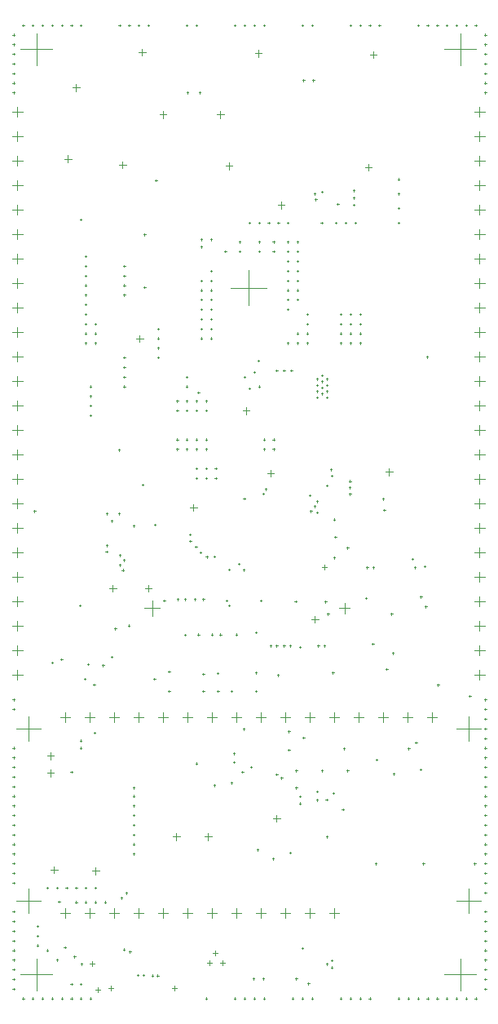
<source format=gbr>
G04*
G04 #@! TF.GenerationSoftware,Altium Limited,Altium Designer,22.4.2 (48)*
G04*
G04 Layer_Color=128*
%FSLAX25Y25*%
%MOIN*%
G70*
G04*
G04 #@! TF.SameCoordinates,F1429C7B-AB02-4E32-93F6-432C4BA2DB55*
G04*
G04*
G04 #@! TF.FilePolarity,Positive*
G04*
G01*
G75*
%ADD173C,0.00200*%
D173*
X173031Y118740D02*
X176969D01*
X175000Y116772D02*
Y120709D01*
X113031Y118740D02*
X116969D01*
X115000Y116772D02*
Y120709D01*
X123031Y118740D02*
X126969D01*
X125000Y116772D02*
Y120709D01*
X133031Y118740D02*
X136969D01*
X135000Y116772D02*
Y120709D01*
X143032Y118740D02*
X146968D01*
X145000Y116772D02*
Y120709D01*
X153032Y118740D02*
X156968D01*
X155000Y116772D02*
Y120709D01*
X163031Y118740D02*
X166969D01*
X165000Y116772D02*
Y120709D01*
X103032Y118740D02*
X106968D01*
X105000Y116772D02*
Y120709D01*
X93032Y118740D02*
X96969D01*
X95000Y116772D02*
Y120709D01*
X83031Y118740D02*
X86968D01*
X85000Y116772D02*
Y120709D01*
X73032Y118740D02*
X76968D01*
X75000Y116772D02*
Y120709D01*
X63032Y118740D02*
X66969D01*
X65000Y116772D02*
Y120709D01*
X53031Y118740D02*
X56968D01*
X55000Y116772D02*
Y120709D01*
X43031Y118740D02*
X46968D01*
X45000Y116772D02*
Y120709D01*
X33031Y118740D02*
X36968D01*
X35000Y116772D02*
Y120709D01*
X23031Y118740D02*
X26969D01*
X25000Y116772D02*
Y120709D01*
X133031Y38740D02*
X136969D01*
X135000Y36772D02*
Y40709D01*
X23031Y38740D02*
X26969D01*
X25000Y36772D02*
Y40709D01*
X33031Y38740D02*
X36968D01*
X35000Y36772D02*
Y40709D01*
X43031Y38740D02*
X46968D01*
X45000Y36772D02*
Y40709D01*
X53031Y38740D02*
X56968D01*
X55000Y36772D02*
Y40709D01*
X63032Y38740D02*
X66969D01*
X65000Y36772D02*
Y40709D01*
X73032Y38740D02*
X76968D01*
X75000Y36772D02*
Y40709D01*
X83031Y38740D02*
X86968D01*
X85000Y36772D02*
Y40709D01*
X93032Y38740D02*
X96969D01*
X95000Y36772D02*
Y40709D01*
X103032Y38740D02*
X106968D01*
X105000Y36772D02*
Y40709D01*
X113031Y38740D02*
X116969D01*
X115000Y36772D02*
Y40709D01*
X123031Y38740D02*
X126969D01*
X125000Y36772D02*
Y40709D01*
X57480Y163386D02*
X63779D01*
X60630Y160236D02*
Y166535D01*
X137205Y163386D02*
X141535D01*
X139370Y161221D02*
Y165551D01*
X42717Y8268D02*
X44685D01*
X43701Y7283D02*
Y9252D01*
X68701Y8268D02*
X70669D01*
X69685Y7283D02*
Y9252D01*
X92716Y294291D02*
X107283D01*
X100000Y287008D02*
Y301575D01*
X3347Y136142D02*
X7677D01*
X5512Y133976D02*
Y138307D01*
X3347Y146142D02*
X7677D01*
X5512Y143976D02*
Y148307D01*
X3347Y156142D02*
X7677D01*
X5512Y153976D02*
Y158307D01*
X3347Y166142D02*
X7677D01*
X5512Y163976D02*
Y168307D01*
X3347Y176142D02*
X7677D01*
X5512Y173976D02*
Y178307D01*
X3347Y186142D02*
X7677D01*
X5512Y183976D02*
Y188307D01*
X3347Y196142D02*
X7677D01*
X5512Y193976D02*
Y198307D01*
X3347Y206142D02*
X7677D01*
X5512Y203976D02*
Y208307D01*
X3347Y216142D02*
X7677D01*
X5512Y213976D02*
Y218307D01*
X3347Y226142D02*
X7677D01*
X5512Y223976D02*
Y228307D01*
X3347Y236142D02*
X7677D01*
X5512Y233976D02*
Y238307D01*
X3347Y246142D02*
X7677D01*
X5512Y243976D02*
Y248307D01*
X3347Y256142D02*
X7677D01*
X5512Y253976D02*
Y258307D01*
X3347Y266142D02*
X7677D01*
X5512Y263976D02*
Y268307D01*
X3347Y276142D02*
X7677D01*
X5512Y273976D02*
Y278307D01*
X3347Y286142D02*
X7677D01*
X5512Y283976D02*
Y288307D01*
X3347Y296142D02*
X7677D01*
X5512Y293976D02*
Y298307D01*
X3347Y306142D02*
X7677D01*
X5512Y303976D02*
Y308307D01*
X3347Y316142D02*
X7677D01*
X5512Y313976D02*
Y318307D01*
X3347Y326142D02*
X7677D01*
X5512Y323976D02*
Y328307D01*
X3347Y336142D02*
X7677D01*
X5512Y333976D02*
Y338307D01*
X3347Y346142D02*
X7677D01*
X5512Y343976D02*
Y348307D01*
X3347Y356142D02*
X7677D01*
X5512Y353976D02*
Y358307D01*
X3347Y366142D02*
X7677D01*
X5512Y363976D02*
Y368307D01*
X192323Y136142D02*
X196653D01*
X194488Y133976D02*
Y138307D01*
X192323Y146142D02*
X196653D01*
X194488Y143976D02*
Y148307D01*
X192323Y156142D02*
X196653D01*
X194488Y153976D02*
Y158307D01*
X192323Y166142D02*
X196653D01*
X194488Y163976D02*
Y168307D01*
X192323Y176142D02*
X196653D01*
X194488Y173976D02*
Y178307D01*
X192323Y186142D02*
X196653D01*
X194488Y183976D02*
Y188307D01*
X192323Y196142D02*
X196653D01*
X194488Y193976D02*
Y198307D01*
X192323Y206142D02*
X196653D01*
X194488Y203976D02*
Y208307D01*
X192323Y216142D02*
X196653D01*
X194488Y213976D02*
Y218307D01*
X192323Y226142D02*
X196653D01*
X194488Y223976D02*
Y228307D01*
X192323Y236142D02*
X196653D01*
X194488Y233976D02*
Y238307D01*
X192323Y246142D02*
X196653D01*
X194488Y243976D02*
Y248307D01*
X192323Y256142D02*
X196653D01*
X194488Y253976D02*
Y258307D01*
X192323Y266142D02*
X196653D01*
X194488Y263976D02*
Y268307D01*
X192323Y276142D02*
X196653D01*
X194488Y273976D02*
Y278307D01*
X192323Y286142D02*
X196653D01*
X194488Y283976D02*
Y288307D01*
X192323Y296142D02*
X196653D01*
X194488Y293976D02*
Y298307D01*
X192323Y306142D02*
X196653D01*
X194488Y303976D02*
Y308307D01*
X192323Y316142D02*
X196653D01*
X194488Y313976D02*
Y318307D01*
X192323Y326142D02*
X196653D01*
X194488Y323976D02*
Y328307D01*
X192323Y336142D02*
X196653D01*
X194488Y333976D02*
Y338307D01*
X192323Y346142D02*
X196653D01*
X194488Y343976D02*
Y348307D01*
X192323Y356142D02*
X196653D01*
X194488Y353976D02*
Y358307D01*
X192323Y366142D02*
X196653D01*
X194488Y363976D02*
Y368307D01*
X5000Y43740D02*
X15000D01*
X10000Y38740D02*
Y48740D01*
X5000Y114016D02*
X15000D01*
X10000Y109016D02*
Y119016D01*
X185000Y114016D02*
X195000D01*
X190000Y109016D02*
Y119016D01*
X185000Y43740D02*
X195000D01*
X190000Y38740D02*
Y48740D01*
X180118Y391732D02*
X193110D01*
X186614Y385236D02*
Y398228D01*
X6890Y13780D02*
X19882D01*
X13386Y7283D02*
Y20276D01*
X180118Y13780D02*
X193110D01*
X186614Y7283D02*
Y20276D01*
X6890Y391732D02*
X19882D01*
X13386Y385236D02*
Y398228D01*
X124606Y209500D02*
X125394D01*
X125000Y209106D02*
Y209894D01*
X56346Y213779D02*
X57134D01*
X56740Y213386D02*
Y214173D01*
X169949Y97557D02*
X170736D01*
X170343Y97163D02*
Y97950D01*
X172606Y265983D02*
X173394D01*
X173000Y265589D02*
Y266377D01*
X166679Y183428D02*
X167466D01*
X167072Y183034D02*
Y183821D01*
X167606Y180000D02*
X168394D01*
X168000Y179606D02*
Y180394D01*
X34072Y140534D02*
X34860D01*
X34466Y140140D02*
Y140928D01*
X97606Y114000D02*
X98394D01*
X98000Y113606D02*
Y114394D01*
X134106Y137000D02*
X134894D01*
X134500Y136606D02*
Y137394D01*
X102606Y129500D02*
X103394D01*
X103000Y129106D02*
Y129894D01*
X93638Y104000D02*
X94425D01*
X94032Y103606D02*
Y104394D01*
X158606Y145000D02*
X159394D01*
X159000Y144606D02*
Y145394D01*
X84252Y314032D02*
X85039D01*
X84646Y313638D02*
Y314425D01*
X80315Y314032D02*
X81102D01*
X80709Y313638D02*
Y314425D01*
X57106Y316000D02*
X57894D01*
X57500Y315606D02*
Y316394D01*
X92606Y92000D02*
X93394D01*
X93000Y91606D02*
Y92394D01*
X78394Y99917D02*
X79181D01*
X78787Y99524D02*
Y100311D01*
X97135Y96443D02*
X97922D01*
X97528Y96049D02*
Y96837D01*
X100678Y98500D02*
X101465D01*
X101072Y98106D02*
Y98894D01*
X116606Y63500D02*
X117394D01*
X117000Y63106D02*
Y63894D01*
X134284Y87822D02*
X135071D01*
X134678Y87429D02*
Y88216D01*
X131534Y85072D02*
X132321D01*
X131928Y84679D02*
Y85466D01*
X110100Y77481D02*
X112899D01*
X111500Y76081D02*
Y78880D01*
X120608Y83600D02*
X121396D01*
X121002Y83206D02*
Y83994D01*
X150476Y148904D02*
X151264D01*
X150870Y148510D02*
Y149297D01*
X19307Y141134D02*
X20095D01*
X19701Y140741D02*
Y141528D01*
X50720Y156302D02*
X51507D01*
X51114Y155908D02*
Y156695D01*
X65106Y166500D02*
X65894D01*
X65500Y166106D02*
Y166894D01*
X31102Y106299D02*
X31890D01*
X31496Y105905D02*
Y106693D01*
X31102Y109252D02*
X31890D01*
X31496Y108858D02*
Y109646D01*
X52756Y70866D02*
X53543D01*
X53150Y70472D02*
Y71260D01*
X52756Y66929D02*
X53543D01*
X53150Y66535D02*
Y67323D01*
X52756Y62992D02*
X53543D01*
X53150Y62598D02*
Y63386D01*
X37008Y49213D02*
X37795D01*
X37402Y48819D02*
Y49606D01*
X33071Y49213D02*
X33858D01*
X33465Y48819D02*
Y49606D01*
X29134Y49213D02*
X29921D01*
X29528Y48819D02*
Y49606D01*
X25197Y49213D02*
X25984D01*
X25591Y48819D02*
Y49606D01*
X21260Y19685D02*
X22047D01*
X21654Y19291D02*
Y20079D01*
X17323Y23622D02*
X18110D01*
X17717Y23228D02*
Y24016D01*
X28457Y20977D02*
X29244D01*
X28850Y20583D02*
Y21370D01*
X31410Y18024D02*
X32197D01*
X31803Y17630D02*
Y18417D01*
X24520Y24914D02*
X25307D01*
X24914Y24520D02*
Y25307D01*
X22106Y43500D02*
X22894D01*
X22500Y43106D02*
Y43894D01*
X28128Y375984D02*
X30927D01*
X29528Y374585D02*
Y377384D01*
X24781Y346972D02*
X27581D01*
X26181Y345573D02*
Y348372D01*
X49606Y47000D02*
X50394D01*
X50000Y46606D02*
Y47394D01*
X47606Y45000D02*
X48394D01*
X48000Y44606D02*
Y45394D01*
X40945Y43307D02*
X41732D01*
X41339Y42913D02*
Y43701D01*
X37008Y43307D02*
X37795D01*
X37402Y42913D02*
Y43701D01*
X33071Y43307D02*
X33858D01*
X33465Y42913D02*
Y43701D01*
X29134Y43307D02*
X29921D01*
X29528Y42913D02*
Y43701D01*
X31102Y9793D02*
X31890D01*
X31496Y9399D02*
Y10187D01*
X46606Y228000D02*
X47394D01*
X47000Y227606D02*
Y228394D01*
X41520Y186562D02*
X42307D01*
X41913Y186168D02*
Y186956D01*
X47043Y184985D02*
X47831D01*
X47437Y184592D02*
Y185379D01*
X78106Y188500D02*
X78894D01*
X78500Y188106D02*
Y188894D01*
X79976Y186197D02*
X80764D01*
X80370Y185803D02*
Y186591D01*
X82558Y184327D02*
X83346D01*
X82952Y183933D02*
Y184721D01*
X85606Y184500D02*
X86394D01*
X86000Y184106D02*
Y184894D01*
X131606Y18000D02*
X132394D01*
X132000Y17606D02*
Y18394D01*
X133584Y16591D02*
X134371D01*
X133978Y16198D02*
Y16985D01*
X133606Y19500D02*
X134394D01*
X134000Y19106D02*
Y19894D01*
X120606Y147500D02*
X121394D01*
X121000Y147106D02*
Y147894D01*
X125814Y158786D02*
X128613D01*
X127214Y157387D02*
Y160186D01*
X118886Y166220D02*
X119674D01*
X119280Y165826D02*
Y166613D01*
X91606Y164413D02*
X92394D01*
X92000Y164020D02*
Y164807D01*
X90585Y166544D02*
X91373D01*
X90979Y166150D02*
Y166937D01*
X88106Y152587D02*
X88894D01*
X88500Y152193D02*
Y152980D01*
X132106Y161000D02*
X132894D01*
X132500Y160606D02*
Y161394D01*
X45106Y155000D02*
X45894D01*
X45500Y154606D02*
Y155394D01*
X111106Y95500D02*
X111894D01*
X111500Y95106D02*
Y95894D01*
X119106Y90000D02*
X119894D01*
X119500Y89606D02*
Y90394D01*
X119106Y97000D02*
X119894D01*
X119500Y96606D02*
Y97394D01*
X116106Y105500D02*
X116894D01*
X116500Y105106D02*
Y105894D01*
X116106Y113000D02*
X116894D01*
X116500Y112606D02*
Y113394D01*
X111606Y136000D02*
X112394D01*
X112000Y135606D02*
Y136394D01*
X113106Y94000D02*
X113894D01*
X113500Y93606D02*
Y94394D01*
X171606Y180500D02*
X172394D01*
X172000Y180106D02*
Y180894D01*
X70472Y228346D02*
X71260D01*
X70866Y227953D02*
Y228740D01*
X134606Y199626D02*
X135394D01*
X135000Y199232D02*
Y200020D01*
X135112Y192500D02*
X135900D01*
X135506Y192106D02*
Y192894D01*
X140106Y188012D02*
X140894D01*
X140500Y187618D02*
Y188406D01*
X134606Y184000D02*
X135394D01*
X135000Y183606D02*
Y184394D01*
X130016Y179996D02*
X131984D01*
X131000Y179012D02*
Y180980D01*
X147606Y167500D02*
X148394D01*
X148000Y167106D02*
Y167894D01*
X150606Y180000D02*
X151394D01*
X151000Y179606D02*
Y180394D01*
X148106Y180000D02*
X148894D01*
X148500Y179606D02*
Y180394D01*
X73606Y152503D02*
X74394D01*
X74000Y152110D02*
Y152897D01*
X84606Y152587D02*
X85394D01*
X85000Y152193D02*
Y152980D01*
X79106Y152587D02*
X79894D01*
X79500Y152193D02*
Y152980D01*
X94606Y152587D02*
X95394D01*
X95000Y152193D02*
Y152980D01*
X102606Y153500D02*
X103394D01*
X103000Y153106D02*
Y153894D01*
X109606Y61000D02*
X110394D01*
X110000Y60606D02*
Y61394D01*
X85606Y91000D02*
X86394D01*
X86000Y90606D02*
Y91394D01*
X40124Y139982D02*
X40912D01*
X40518Y139588D02*
Y140375D01*
X36441Y132186D02*
X37228D01*
X36835Y131793D02*
Y132580D01*
X116606Y148000D02*
X117394D01*
X117000Y147606D02*
Y148394D01*
X114106Y148000D02*
X114894D01*
X114500Y147606D02*
Y148394D01*
X108606Y148000D02*
X109394D01*
X109000Y147606D02*
Y148394D01*
X111106Y148000D02*
X111894D01*
X111500Y147606D02*
Y148394D01*
X81106Y167000D02*
X81894D01*
X81500Y166606D02*
Y167394D01*
X77606Y167000D02*
X78394D01*
X78000Y166606D02*
Y167394D01*
X73606Y167000D02*
X74394D01*
X74000Y166606D02*
Y167394D01*
X70606Y167000D02*
X71394D01*
X71000Y166606D02*
Y167394D01*
X57600Y171500D02*
X60400D01*
X59000Y170100D02*
Y172900D01*
X158106Y161000D02*
X158894D01*
X158500Y160606D02*
Y161394D01*
X93606Y100500D02*
X94394D01*
X94000Y100106D02*
Y100894D01*
X151969Y101575D02*
X152756D01*
X152362Y101181D02*
Y101969D01*
X43606Y143500D02*
X44394D01*
X44000Y143106D02*
Y143894D01*
X52606Y197000D02*
X53394D01*
X53000Y196606D02*
Y197394D01*
X41606Y189000D02*
X42394D01*
X42000Y188606D02*
Y189394D01*
X48606Y183000D02*
X49394D01*
X49000Y182606D02*
Y183394D01*
X32606Y134500D02*
X33394D01*
X33000Y134106D02*
Y134894D01*
X47043Y181000D02*
X47831D01*
X47437Y180606D02*
Y181394D01*
X48178Y178928D02*
X48965D01*
X48572Y178534D02*
Y179322D01*
X36606Y112500D02*
X37394D01*
X37000Y112106D02*
Y112894D01*
X95606Y181500D02*
X96394D01*
X96000Y181106D02*
Y181894D01*
X75804Y190823D02*
X76591D01*
X76198Y190429D02*
Y191217D01*
X97606Y179000D02*
X98394D01*
X98000Y178606D02*
Y179394D01*
X91719Y179056D02*
X92506D01*
X92113Y178663D02*
Y179450D01*
X75606Y193500D02*
X76394D01*
X76000Y193106D02*
Y193894D01*
X103284Y64678D02*
X104071D01*
X103678Y64284D02*
Y65071D01*
X82100Y70000D02*
X84900D01*
X83500Y68600D02*
Y71400D01*
X69100Y70000D02*
X71900D01*
X70500Y68600D02*
Y71400D01*
X52756Y86614D02*
X53543D01*
X53150Y86221D02*
Y87008D01*
X52756Y90000D02*
X53543D01*
X53150Y89606D02*
Y90394D01*
X52756Y82677D02*
X53543D01*
X53150Y82284D02*
Y83071D01*
X52756Y78740D02*
X53543D01*
X53150Y78347D02*
Y79134D01*
X52756Y74803D02*
X53543D01*
X53150Y74410D02*
Y75197D01*
X30606Y164500D02*
X31394D01*
X31000Y164106D02*
Y164894D01*
X43100Y171500D02*
X45900D01*
X44500Y170100D02*
Y172900D01*
X92618Y129500D02*
X93405D01*
X93012Y129106D02*
Y129894D01*
X87106Y129500D02*
X87894D01*
X87500Y129106D02*
Y129894D01*
X86964Y136858D02*
X87752D01*
X87358Y136464D02*
Y137252D01*
X23106Y142500D02*
X23894D01*
X23500Y142106D02*
Y142894D01*
X43606Y199000D02*
X44394D01*
X44000Y198606D02*
Y199394D01*
X41606Y202000D02*
X42394D01*
X42000Y201606D02*
Y202394D01*
X46606Y202000D02*
X47394D01*
X47000Y201606D02*
Y202394D01*
X81106Y136500D02*
X81894D01*
X81500Y136106D02*
Y136894D01*
X102606Y137000D02*
X103394D01*
X103000Y136606D02*
Y137394D01*
X36100Y56000D02*
X38900D01*
X37500Y54600D02*
Y57400D01*
X62456Y13287D02*
X63243D01*
X62849Y12894D02*
Y13681D01*
X60257Y13287D02*
X61044D01*
X60651Y12894D02*
Y13681D01*
X56703Y13557D02*
X57491D01*
X57097Y13164D02*
Y13951D01*
X54344Y13446D02*
X55131D01*
X54738Y13052D02*
Y13840D01*
X37516Y7500D02*
X39484D01*
X38500Y6516D02*
Y8484D01*
X104606Y166413D02*
X105394D01*
X105000Y166020D02*
Y166807D01*
X128106Y148000D02*
X128894D01*
X128500Y147606D02*
Y148394D01*
X130606Y148000D02*
X131394D01*
X131000Y147606D02*
Y148394D01*
X67106Y137500D02*
X67894D01*
X67500Y137106D02*
Y137894D01*
X61106Y134500D02*
X61894D01*
X61500Y134106D02*
Y134894D01*
X61236Y197500D02*
X62024D01*
X61630Y197106D02*
Y197894D01*
X127606Y202500D02*
X128394D01*
X128000Y202106D02*
Y202894D01*
X127606Y207000D02*
X128394D01*
X128000Y206606D02*
Y207394D01*
X155106Y203500D02*
X155894D01*
X155500Y203106D02*
Y203894D01*
X140956Y212651D02*
X141743D01*
X141349Y212257D02*
Y213044D01*
X141106Y215300D02*
X141894D01*
X141500Y214906D02*
Y215694D01*
X154606Y208000D02*
X155394D01*
X155000Y207606D02*
Y208394D01*
X141106Y210000D02*
X141894D01*
X141500Y209606D02*
Y210394D01*
X133306Y220000D02*
X134094D01*
X133700Y219606D02*
Y220394D01*
X133606Y217500D02*
X134394D01*
X134000Y217106D02*
Y217894D01*
X105606Y210207D02*
X106394D01*
X106000Y209813D02*
Y210600D01*
X131606Y213500D02*
X132394D01*
X132000Y213106D02*
Y213894D01*
X106606Y212000D02*
X107394D01*
X107000Y211606D02*
Y212394D01*
X125106Y203000D02*
X125894D01*
X125500Y202606D02*
Y203394D01*
X107600Y218500D02*
X110400D01*
X109000Y217100D02*
Y219900D01*
X156100Y219000D02*
X158900D01*
X157500Y217600D02*
Y220400D01*
X97835Y208238D02*
X98622D01*
X98229Y207844D02*
Y208632D01*
X121606Y24500D02*
X122394D01*
X122000Y24106D02*
Y24894D01*
X105606Y12000D02*
X106394D01*
X106000Y11606D02*
Y12394D01*
X101606Y12000D02*
X102394D01*
X102000Y11606D02*
Y12394D01*
X124106Y10000D02*
X124894D01*
X124500Y9606D02*
Y10394D01*
X119106Y12000D02*
X119894D01*
X119500Y11606D02*
Y12394D01*
X171106Y59000D02*
X171894D01*
X171500Y58606D02*
Y59394D01*
X151606Y59000D02*
X152394D01*
X152000Y58606D02*
Y59394D01*
X177106Y132000D02*
X177894D01*
X177500Y131606D02*
Y132394D01*
X190106Y127500D02*
X190894D01*
X190500Y127106D02*
Y127894D01*
X168106Y108500D02*
X168894D01*
X168500Y108106D02*
Y108894D01*
X165106Y106000D02*
X165894D01*
X165500Y105606D02*
Y106394D01*
X192106Y59000D02*
X192894D01*
X192500Y58606D02*
Y59394D01*
X158940Y95666D02*
X159728D01*
X159334Y95272D02*
Y96060D01*
X55100Y390500D02*
X57900D01*
X56500Y389100D02*
Y391900D01*
X63600Y365028D02*
X66400D01*
X65000Y363628D02*
Y366427D01*
X102600Y390000D02*
X105400D01*
X104000Y388600D02*
Y391400D01*
X149602Y389500D02*
X152398D01*
X151000Y388102D02*
Y390898D01*
X57106Y294500D02*
X57894D01*
X57500Y294106D02*
Y294894D01*
X86221Y216535D02*
X87008D01*
X86614Y216142D02*
Y216929D01*
X86221Y220472D02*
X87008D01*
X86614Y220079D02*
Y220866D01*
X82284Y216535D02*
X83071D01*
X82677Y216142D02*
Y216929D01*
X78347Y216535D02*
X79134D01*
X78740Y216142D02*
Y216929D01*
X82284Y220472D02*
X83071D01*
X82677Y220079D02*
Y220866D01*
X78347Y220472D02*
X79134D01*
X78740Y220079D02*
Y220866D01*
X37008Y271654D02*
X37795D01*
X37402Y271260D02*
Y272047D01*
X37008Y275590D02*
X37795D01*
X37402Y275197D02*
Y275984D01*
X37008Y279528D02*
X37795D01*
X37402Y279134D02*
Y279921D01*
X48819Y253937D02*
X49606D01*
X49213Y253543D02*
Y254331D01*
X48819Y257874D02*
X49606D01*
X49213Y257480D02*
Y258268D01*
X48819Y261811D02*
X49606D01*
X49213Y261417D02*
Y262205D01*
X48819Y265748D02*
X49606D01*
X49213Y265354D02*
Y266142D01*
X62598Y265748D02*
X63386D01*
X62992Y265354D02*
Y266142D01*
X62598Y269685D02*
X63386D01*
X62992Y269291D02*
Y270079D01*
X62598Y273622D02*
X63386D01*
X62992Y273228D02*
Y274016D01*
X62598Y277559D02*
X63386D01*
X62992Y277165D02*
Y277953D01*
X105905Y228346D02*
X106693D01*
X106299Y227953D02*
Y228740D01*
X109843Y228346D02*
X110630D01*
X110236Y227953D02*
Y228740D01*
X109843Y232283D02*
X110630D01*
X110236Y231890D02*
Y232677D01*
X105905Y232283D02*
X106693D01*
X106299Y231890D02*
Y232677D01*
X74410Y228346D02*
X75197D01*
X74803Y227953D02*
Y228740D01*
X78347Y228346D02*
X79134D01*
X78740Y227953D02*
Y228740D01*
X82284Y228346D02*
X83071D01*
X82677Y227953D02*
Y228740D01*
X82284Y232283D02*
X83071D01*
X82677Y231890D02*
Y232677D01*
X78347Y232283D02*
X79134D01*
X78740Y231890D02*
Y232677D01*
X74410Y232283D02*
X75197D01*
X74803Y231890D02*
Y232677D01*
X70472Y232283D02*
X71260D01*
X70866Y231890D02*
Y232677D01*
X70472Y248031D02*
X71260D01*
X70866Y247638D02*
Y248425D01*
X70472Y244094D02*
X71260D01*
X70866Y243701D02*
Y244488D01*
X78347Y244094D02*
X79134D01*
X78740Y243701D02*
Y244488D01*
X82284Y244094D02*
X83071D01*
X82677Y243701D02*
Y244488D01*
X82284Y248031D02*
X83071D01*
X82677Y247638D02*
Y248425D01*
X78347Y248031D02*
X79134D01*
X78740Y247638D02*
Y248425D01*
X74410Y244094D02*
X75197D01*
X74803Y243701D02*
Y244488D01*
X74410Y248031D02*
X75197D01*
X74803Y247638D02*
Y248425D01*
X74410Y253937D02*
X75197D01*
X74803Y253543D02*
Y254331D01*
X74410Y257874D02*
X75197D01*
X74803Y257480D02*
Y258268D01*
X103937Y253937D02*
X104724D01*
X104331Y253543D02*
Y254331D01*
X98032Y257874D02*
X98819D01*
X98425Y257480D02*
Y258268D01*
X101969Y259842D02*
X102756D01*
X102362Y259449D02*
Y260236D01*
X115748Y271654D02*
X116535D01*
X116142Y271260D02*
Y272047D01*
X119685Y275590D02*
X120472D01*
X120079Y275197D02*
Y275984D01*
X119685Y271654D02*
X120472D01*
X120079Y271260D02*
Y272047D01*
X123622Y271654D02*
X124409D01*
X124016Y271260D02*
Y272047D01*
X123622Y275590D02*
X124409D01*
X124016Y275197D02*
Y275984D01*
X123622Y279528D02*
X124409D01*
X124016Y279134D02*
Y279921D01*
X123622Y283465D02*
X124409D01*
X124016Y283071D02*
Y283858D01*
X145276Y283465D02*
X146063D01*
X145669Y283071D02*
Y283858D01*
X141339Y283465D02*
X142126D01*
X141732Y283071D02*
Y283858D01*
X137402Y283465D02*
X138189D01*
X137795Y283071D02*
Y283858D01*
X137402Y279528D02*
X138189D01*
X137795Y279134D02*
Y279921D01*
X141339Y279528D02*
X142126D01*
X141732Y279134D02*
Y279921D01*
X145276Y279528D02*
X146063D01*
X145669Y279134D02*
Y279921D01*
X145276Y271654D02*
X146063D01*
X145669Y271260D02*
Y272047D01*
X145276Y275590D02*
X146063D01*
X145669Y275197D02*
Y275984D01*
X137402Y275590D02*
X138189D01*
X137795Y275197D02*
Y275984D01*
X141339Y275590D02*
X142126D01*
X141732Y275197D02*
Y275984D01*
X141339Y271654D02*
X142126D01*
X141732Y271260D02*
Y272047D01*
X137402Y271654D02*
X138189D01*
X137795Y271260D02*
Y272047D01*
X80315Y311024D02*
X81102D01*
X80709Y310630D02*
Y311417D01*
X48819Y303150D02*
X49606D01*
X49213Y302756D02*
Y303543D01*
X48819Y291339D02*
X49606D01*
X49213Y290945D02*
Y291732D01*
X48819Y295276D02*
X49606D01*
X49213Y294882D02*
Y295669D01*
X48819Y299213D02*
X49606D01*
X49213Y298819D02*
Y299606D01*
X35039Y242126D02*
X35827D01*
X35433Y241732D02*
Y242520D01*
X35039Y246063D02*
X35827D01*
X35433Y245669D02*
Y246457D01*
X35039Y250000D02*
X35827D01*
X35433Y249606D02*
Y250394D01*
X35039Y253937D02*
X35827D01*
X35433Y253543D02*
Y254331D01*
X33071Y271654D02*
X33858D01*
X33465Y271260D02*
Y272047D01*
X33071Y275590D02*
X33858D01*
X33465Y275197D02*
Y275984D01*
X33071Y279528D02*
X33858D01*
X33465Y279134D02*
Y279921D01*
X33071Y283465D02*
X33858D01*
X33465Y283071D02*
Y283858D01*
X33071Y287402D02*
X33858D01*
X33465Y287008D02*
Y287795D01*
X33071Y291339D02*
X33858D01*
X33465Y290945D02*
Y291732D01*
X33071Y295276D02*
X33858D01*
X33465Y294882D02*
Y295669D01*
X33071Y299213D02*
X33858D01*
X33465Y298819D02*
Y299606D01*
X33071Y303150D02*
X33858D01*
X33465Y302756D02*
Y303543D01*
X33071Y307087D02*
X33858D01*
X33465Y306693D02*
Y307480D01*
X119685Y289370D02*
X120472D01*
X120079Y288976D02*
Y289764D01*
X119685Y293307D02*
X120472D01*
X120079Y292913D02*
Y293701D01*
X119685Y297244D02*
X120472D01*
X120079Y296850D02*
Y297638D01*
X119685Y301181D02*
X120472D01*
X120079Y300787D02*
Y301575D01*
X119685Y305118D02*
X120472D01*
X120079Y304724D02*
Y305512D01*
X119685Y309055D02*
X120472D01*
X120079Y308661D02*
Y309449D01*
X119685Y312992D02*
X120472D01*
X120079Y312598D02*
Y313386D01*
X84252Y273622D02*
X85039D01*
X84646Y273228D02*
Y274016D01*
X80315Y273622D02*
X81102D01*
X80709Y273228D02*
Y274016D01*
X80315Y277559D02*
X81102D01*
X80709Y277165D02*
Y277953D01*
X84252Y277559D02*
X85039D01*
X84646Y277165D02*
Y277953D01*
X84252Y281496D02*
X85039D01*
X84646Y281102D02*
Y281890D01*
X80315Y281496D02*
X81102D01*
X80709Y281102D02*
Y281890D01*
X115748Y285433D02*
X116535D01*
X116142Y285039D02*
Y285827D01*
X84252Y285433D02*
X85039D01*
X84646Y285039D02*
Y285827D01*
X80315Y285433D02*
X81102D01*
X80709Y285039D02*
Y285827D01*
X84252Y289370D02*
X85039D01*
X84646Y288976D02*
Y289764D01*
X80315Y289370D02*
X81102D01*
X80709Y288976D02*
Y289764D01*
X115748Y289370D02*
X116535D01*
X116142Y288976D02*
Y289764D01*
X115748Y293307D02*
X116535D01*
X116142Y292913D02*
Y293701D01*
X115748Y297244D02*
X116535D01*
X116142Y296850D02*
Y297638D01*
X80315Y297244D02*
X81102D01*
X80709Y296850D02*
Y297638D01*
X80315Y293307D02*
X81102D01*
X80709Y292913D02*
Y293701D01*
X84252Y293307D02*
X85039D01*
X84646Y292913D02*
Y293701D01*
X84252Y297244D02*
X85039D01*
X84646Y296850D02*
Y297638D01*
X84252Y301181D02*
X85039D01*
X84646Y300787D02*
Y301575D01*
X90158Y309055D02*
X90945D01*
X90551Y308661D02*
Y309449D01*
X96063Y309055D02*
X96850D01*
X96457Y308661D02*
Y309449D01*
X103937Y309055D02*
X104724D01*
X104331Y308661D02*
Y309449D01*
X96063Y312992D02*
X96850D01*
X96457Y312598D02*
Y313386D01*
X103937Y312992D02*
X104724D01*
X104331Y312598D02*
Y313386D01*
X109843Y312992D02*
X110630D01*
X110236Y312598D02*
Y313386D01*
X109843Y309055D02*
X110630D01*
X110236Y308661D02*
Y309449D01*
X115748Y301181D02*
X116535D01*
X116142Y300787D02*
Y301575D01*
X115748Y305118D02*
X116535D01*
X116142Y304724D02*
Y305512D01*
X115748Y309055D02*
X116535D01*
X116142Y308661D02*
Y309449D01*
X115748Y312992D02*
X116535D01*
X116142Y312598D02*
Y313386D01*
X100000Y320866D02*
X100787D01*
X100394Y320472D02*
Y321260D01*
X103937Y320866D02*
X104724D01*
X104331Y320472D02*
Y321260D01*
X107874Y320866D02*
X108661D01*
X108268Y320472D02*
Y321260D01*
X111811Y320866D02*
X112598D01*
X112205Y320472D02*
Y321260D01*
X115748Y320866D02*
X116535D01*
X116142Y320472D02*
Y321260D01*
X129528Y320866D02*
X130315D01*
X129921Y320472D02*
Y321260D01*
X135433Y320866D02*
X136221D01*
X135827Y320472D02*
Y321260D01*
X139370Y320866D02*
X140157D01*
X139764Y320472D02*
Y321260D01*
X143307Y320866D02*
X144095D01*
X143701Y320472D02*
Y321260D01*
X161024Y338583D02*
X161811D01*
X161417Y338189D02*
Y338976D01*
X161024Y320866D02*
X161811D01*
X161417Y320472D02*
Y321260D01*
X161024Y326772D02*
X161811D01*
X161417Y326378D02*
Y327165D01*
X161024Y332677D02*
X161811D01*
X161417Y332283D02*
Y333071D01*
X27165Y96457D02*
X27953D01*
X27559Y96063D02*
Y96850D01*
X21260Y49213D02*
X22047D01*
X21654Y48819D02*
Y49606D01*
X17323Y49213D02*
X18110D01*
X17717Y48819D02*
Y49606D01*
X27165Y9843D02*
X27953D01*
X27559Y9449D02*
Y10236D01*
X13386Y33465D02*
X14173D01*
X13780Y33071D02*
Y33858D01*
X13386Y29528D02*
X14173D01*
X13780Y29134D02*
Y29921D01*
X13386Y25591D02*
X14173D01*
X13780Y25197D02*
Y25984D01*
X85516Y22500D02*
X87484D01*
X86500Y21516D02*
Y23484D01*
X79606Y374000D02*
X80394D01*
X80000Y373606D02*
Y374394D01*
X74606Y374000D02*
X75394D01*
X75000Y373606D02*
Y374394D01*
X122106Y379000D02*
X122894D01*
X122500Y378606D02*
Y379394D01*
X126106Y379000D02*
X126894D01*
X126500Y378606D02*
Y379394D01*
X117106Y260500D02*
X117894D01*
X117500Y260106D02*
Y260894D01*
X114106Y260500D02*
X114894D01*
X114500Y260106D02*
Y260894D01*
X111106Y260500D02*
X111894D01*
X111500Y260106D02*
Y260894D01*
X126606Y205000D02*
X127394D01*
X127000Y204606D02*
Y205394D01*
X129606Y258500D02*
X130394D01*
X130000Y258106D02*
Y258894D01*
X127606Y257000D02*
X128394D01*
X128000Y256606D02*
Y257394D01*
X131606Y257000D02*
X132394D01*
X132000Y256606D02*
Y257394D01*
X129606Y256000D02*
X130394D01*
X130000Y255606D02*
Y256394D01*
X131106Y166000D02*
X131894D01*
X131500Y165606D02*
Y166394D01*
X67106Y129500D02*
X67894D01*
X67500Y129106D02*
Y129894D01*
X81106Y129500D02*
X81894D01*
X81500Y129106D02*
Y129894D01*
X3543Y125984D02*
X4331D01*
X3937Y125591D02*
Y126378D01*
X3543Y122047D02*
X4331D01*
X3937Y121653D02*
Y122441D01*
X3543Y106299D02*
X4331D01*
X3937Y105905D02*
Y106693D01*
X3543Y102362D02*
X4331D01*
X3937Y101969D02*
Y102756D01*
X3543Y98425D02*
X4331D01*
X3937Y98032D02*
Y98819D01*
X3543Y94488D02*
X4331D01*
X3937Y94095D02*
Y94882D01*
X3543Y90551D02*
X4331D01*
X3937Y90158D02*
Y90945D01*
X3543Y86614D02*
X4331D01*
X3937Y86221D02*
Y87008D01*
X3543Y82677D02*
X4331D01*
X3937Y82284D02*
Y83071D01*
X3543Y78740D02*
X4331D01*
X3937Y78347D02*
Y79134D01*
X3543Y74803D02*
X4331D01*
X3937Y74410D02*
Y75197D01*
X3543Y70866D02*
X4331D01*
X3937Y70472D02*
Y71260D01*
X3543Y66929D02*
X4331D01*
X3937Y66535D02*
Y67323D01*
X3543Y62992D02*
X4331D01*
X3937Y62598D02*
Y63386D01*
X3543Y59055D02*
X4331D01*
X3937Y58661D02*
Y59449D01*
X3543Y55118D02*
X4331D01*
X3937Y54724D02*
Y55512D01*
X3543Y51181D02*
X4331D01*
X3937Y50787D02*
Y51575D01*
X3543Y39370D02*
X4331D01*
X3937Y38976D02*
Y39764D01*
X3543Y35433D02*
X4331D01*
X3937Y35039D02*
Y35827D01*
X3543Y31496D02*
X4331D01*
X3937Y31102D02*
Y31890D01*
X3543Y27559D02*
X4331D01*
X3937Y27165D02*
Y27953D01*
X3543Y23622D02*
X4331D01*
X3937Y23228D02*
Y24016D01*
X3543Y19685D02*
X4331D01*
X3937Y19291D02*
Y20079D01*
X3543Y15748D02*
X4331D01*
X3937Y15354D02*
Y16142D01*
X3543Y11811D02*
X4331D01*
X3937Y11417D02*
Y12205D01*
X3543Y7874D02*
X4331D01*
X3937Y7480D02*
Y8268D01*
X7480Y3937D02*
X8268D01*
X7874Y3543D02*
Y4331D01*
X11417Y3937D02*
X12205D01*
X11811Y3543D02*
Y4331D01*
X15354Y3937D02*
X16142D01*
X15748Y3543D02*
Y4331D01*
X19291Y3937D02*
X20079D01*
X19685Y3543D02*
Y4331D01*
X23228Y3937D02*
X24016D01*
X23622Y3543D02*
Y4331D01*
X27165Y3937D02*
X27953D01*
X27559Y3543D02*
Y4331D01*
X31102Y3937D02*
X31890D01*
X31496Y3543D02*
Y4331D01*
X35039Y3937D02*
X35827D01*
X35433Y3543D02*
Y4331D01*
X82284Y3937D02*
X83071D01*
X82677Y3543D02*
Y4331D01*
X94095Y3937D02*
X94882D01*
X94488Y3543D02*
Y4331D01*
X98032Y3937D02*
X98819D01*
X98425Y3543D02*
Y4331D01*
X101969Y3937D02*
X102756D01*
X102362Y3543D02*
Y4331D01*
X105905Y3937D02*
X106693D01*
X106299Y3543D02*
Y4331D01*
X117717Y3937D02*
X118504D01*
X118110Y3543D02*
Y4331D01*
X121653Y3937D02*
X122441D01*
X122047Y3543D02*
Y4331D01*
X125591Y3937D02*
X126378D01*
X125984Y3543D02*
Y4331D01*
X137402Y3937D02*
X138189D01*
X137795Y3543D02*
Y4331D01*
X141339Y3937D02*
X142126D01*
X141732Y3543D02*
Y4331D01*
X145276Y3937D02*
X146063D01*
X145669Y3543D02*
Y4331D01*
X149213Y3937D02*
X150000D01*
X149606Y3543D02*
Y4331D01*
X161024Y3937D02*
X161811D01*
X161417Y3543D02*
Y4331D01*
X164961Y3937D02*
X165748D01*
X165354Y3543D02*
Y4331D01*
X168898Y3937D02*
X169685D01*
X169291Y3543D02*
Y4331D01*
X172835Y3937D02*
X173622D01*
X173228Y3543D02*
Y4331D01*
X176772Y3937D02*
X177559D01*
X177165Y3543D02*
Y4331D01*
X180709Y3937D02*
X181496D01*
X181102Y3543D02*
Y4331D01*
X184646Y3937D02*
X185433D01*
X185039Y3543D02*
Y4331D01*
X188583Y3937D02*
X189370D01*
X188976Y3543D02*
Y4331D01*
X192520Y3937D02*
X193307D01*
X192913Y3543D02*
Y4331D01*
X196457Y7874D02*
X197244D01*
X196850Y7480D02*
Y8268D01*
X196457Y11811D02*
X197244D01*
X196850Y11417D02*
Y12205D01*
X196457Y15748D02*
X197244D01*
X196850Y15354D02*
Y16142D01*
X196457Y19685D02*
X197244D01*
X196850Y19291D02*
Y20079D01*
X196457Y23622D02*
X197244D01*
X196850Y23228D02*
Y24016D01*
X196457Y27559D02*
X197244D01*
X196850Y27165D02*
Y27953D01*
X196457Y31496D02*
X197244D01*
X196850Y31102D02*
Y31890D01*
X196457Y35433D02*
X197244D01*
X196850Y35039D02*
Y35827D01*
X196457Y39370D02*
X197244D01*
X196850Y38976D02*
Y39764D01*
X196457Y47244D02*
X197244D01*
X196850Y46850D02*
Y47638D01*
X196457Y51181D02*
X197244D01*
X196850Y50787D02*
Y51575D01*
X196457Y55118D02*
X197244D01*
X196850Y54724D02*
Y55512D01*
X196457Y59055D02*
X197244D01*
X196850Y58661D02*
Y59449D01*
X196457Y62992D02*
X197244D01*
X196850Y62598D02*
Y63386D01*
X196457Y66929D02*
X197244D01*
X196850Y66535D02*
Y67323D01*
X196457Y70866D02*
X197244D01*
X196850Y70472D02*
Y71260D01*
X196457Y74803D02*
X197244D01*
X196850Y74410D02*
Y75197D01*
X196457Y78740D02*
X197244D01*
X196850Y78347D02*
Y79134D01*
X196457Y82677D02*
X197244D01*
X196850Y82284D02*
Y83071D01*
X196457Y86614D02*
X197244D01*
X196850Y86221D02*
Y87008D01*
X196457Y90551D02*
X197244D01*
X196850Y90158D02*
Y90945D01*
X196457Y94488D02*
X197244D01*
X196850Y94095D02*
Y94882D01*
X196457Y98425D02*
X197244D01*
X196850Y98032D02*
Y98819D01*
X196457Y102362D02*
X197244D01*
X196850Y101969D02*
Y102756D01*
X196457Y106299D02*
X197244D01*
X196850Y105905D02*
Y106693D01*
X196457Y110236D02*
X197244D01*
X196850Y109843D02*
Y110630D01*
X196457Y114173D02*
X197244D01*
X196850Y113779D02*
Y114567D01*
X196457Y118110D02*
X197244D01*
X196850Y117717D02*
Y118504D01*
X196457Y122047D02*
X197244D01*
X196850Y121653D02*
Y122441D01*
X196457Y125984D02*
X197244D01*
X196850Y125591D02*
Y126378D01*
X153150Y401575D02*
X153937D01*
X153543Y401181D02*
Y401968D01*
X149213Y401575D02*
X150000D01*
X149606Y401181D02*
Y401968D01*
X145276Y401575D02*
X146063D01*
X145669Y401181D02*
Y401968D01*
X141339Y401575D02*
X142126D01*
X141732Y401181D02*
Y401968D01*
X105905Y401575D02*
X106693D01*
X106299Y401181D02*
Y401968D01*
X101969Y401575D02*
X102756D01*
X102362Y401181D02*
Y401968D01*
X98032Y401575D02*
X98819D01*
X98425Y401181D02*
Y401968D01*
X94095Y401575D02*
X94882D01*
X94488Y401181D02*
Y401968D01*
X58661Y401575D02*
X59449D01*
X59055Y401181D02*
Y401968D01*
X54724Y401575D02*
X55512D01*
X55118Y401181D02*
Y401968D01*
X50787Y401575D02*
X51575D01*
X51181Y401181D02*
Y401968D01*
X46850Y401575D02*
X47638D01*
X47244Y401181D02*
Y401968D01*
X196457Y374016D02*
X197244D01*
X196850Y373622D02*
Y374410D01*
X196457Y377953D02*
X197244D01*
X196850Y377559D02*
Y378346D01*
X196457Y381890D02*
X197244D01*
X196850Y381496D02*
Y382283D01*
X196457Y385827D02*
X197244D01*
X196850Y385433D02*
Y386221D01*
X196457Y389764D02*
X197244D01*
X196850Y389370D02*
Y390158D01*
X196457Y393701D02*
X197244D01*
X196850Y393307D02*
Y394094D01*
X196457Y397638D02*
X197244D01*
X196850Y397244D02*
Y398031D01*
X192520Y401575D02*
X193307D01*
X192913Y401181D02*
Y401968D01*
X188583Y401575D02*
X189370D01*
X188976Y401181D02*
Y401968D01*
X184646Y401575D02*
X185433D01*
X185039Y401181D02*
Y401968D01*
X180709Y401575D02*
X181496D01*
X181102Y401181D02*
Y401968D01*
X176772Y401575D02*
X177559D01*
X177165Y401181D02*
Y401968D01*
X172835Y401575D02*
X173622D01*
X173228Y401181D02*
Y401968D01*
X168898Y401575D02*
X169685D01*
X169291Y401181D02*
Y401968D01*
X125591Y401575D02*
X126378D01*
X125984Y401181D02*
Y401968D01*
X121653Y401575D02*
X122441D01*
X122047Y401181D02*
Y401968D01*
X78347Y401575D02*
X79134D01*
X78740Y401181D02*
Y401968D01*
X74410Y401575D02*
X75197D01*
X74803Y401181D02*
Y401968D01*
X31102Y401575D02*
X31890D01*
X31496Y401181D02*
Y401968D01*
X27165Y401575D02*
X27953D01*
X27559Y401181D02*
Y401968D01*
X23228Y401575D02*
X24016D01*
X23622Y401181D02*
Y401968D01*
X19291Y401575D02*
X20079D01*
X19685Y401181D02*
Y401968D01*
X15354Y401575D02*
X16142D01*
X15748Y401181D02*
Y401968D01*
X11417Y401575D02*
X12205D01*
X11811Y401181D02*
Y401968D01*
X7480Y401575D02*
X8268D01*
X7874Y401181D02*
Y401968D01*
X3543Y397638D02*
X4331D01*
X3937Y397244D02*
Y398031D01*
X3543Y393701D02*
X4331D01*
X3937Y393307D02*
Y394094D01*
X3543Y389764D02*
X4331D01*
X3937Y389370D02*
Y390158D01*
X3543Y385827D02*
X4331D01*
X3937Y385433D02*
Y386221D01*
X3543Y381890D02*
X4331D01*
X3937Y381496D02*
Y382283D01*
X3543Y377953D02*
X4331D01*
X3937Y377559D02*
Y378346D01*
X3543Y374016D02*
X4331D01*
X3937Y373622D02*
Y374410D01*
X170106Y168000D02*
X170894D01*
X170500Y167606D02*
Y168394D01*
X172106Y164000D02*
X172894D01*
X172500Y163606D02*
Y164394D01*
X31102Y322047D02*
X31890D01*
X31496Y321654D02*
Y322441D01*
X127106Y330339D02*
X127894D01*
X127500Y329945D02*
Y330732D01*
X142606Y328110D02*
X143394D01*
X143000Y327716D02*
Y328504D01*
X129662Y333555D02*
X130449D01*
X130055Y333162D02*
Y333949D01*
X126766Y332676D02*
X127554D01*
X127160Y332283D02*
Y333070D01*
X138189Y81102D02*
X138976D01*
X138583Y80709D02*
Y81496D01*
X127606Y254500D02*
X128394D01*
X128000Y254106D02*
Y254894D01*
X129606Y253500D02*
X130394D01*
X130000Y253106D02*
Y253894D01*
X127606Y252000D02*
X128394D01*
X128000Y251606D02*
Y252394D01*
X131606Y252000D02*
X132394D01*
X132000Y251606D02*
Y252394D01*
X131606Y254500D02*
X132394D01*
X132000Y254106D02*
Y254894D01*
X100000Y253150D02*
X100787D01*
X100394Y252756D02*
Y253543D01*
X79134Y251575D02*
X79921D01*
X79528Y251181D02*
Y251969D01*
X61811Y338189D02*
X62598D01*
X62205Y337795D02*
Y338583D01*
X19100Y56500D02*
X21900D01*
X20500Y55100D02*
Y57900D01*
X48606Y23957D02*
X49394D01*
X49000Y23563D02*
Y24350D01*
X51106Y23000D02*
X51894D01*
X51500Y22606D02*
Y23394D01*
X54100Y273500D02*
X56900D01*
X55500Y272100D02*
Y274900D01*
X87100Y365028D02*
X89900D01*
X88500Y363628D02*
Y366427D01*
X131606Y70000D02*
X132394D01*
X132000Y69606D02*
Y70394D01*
X138606Y106000D02*
X139394D01*
X139000Y105606D02*
Y106394D01*
X112067Y328033D02*
X114866D01*
X113467Y326634D02*
Y329433D01*
X156106Y138500D02*
X156894D01*
X156500Y138106D02*
Y138894D01*
X127606Y88500D02*
X128394D01*
X128000Y88106D02*
Y88894D01*
X129606Y97000D02*
X130394D01*
X130000Y96606D02*
Y97394D01*
X120606Y86500D02*
X121394D01*
X121000Y86106D02*
Y86894D01*
X127606Y85000D02*
X128394D01*
X128000Y84606D02*
Y85394D01*
X103606Y264500D02*
X104394D01*
X104000Y264106D02*
Y264894D01*
X97600Y244000D02*
X100400D01*
X99000Y242600D02*
Y245400D01*
X76100Y204500D02*
X78900D01*
X77500Y203100D02*
Y205900D01*
X90600Y344000D02*
X93400D01*
X92000Y342600D02*
Y345400D01*
X47100Y344500D02*
X49900D01*
X48500Y343100D02*
Y345900D01*
X147600Y343500D02*
X150400D01*
X149000Y342100D02*
Y344900D01*
X17600Y96000D02*
X20400D01*
X19000Y94600D02*
Y97400D01*
X17600Y103000D02*
X20400D01*
X19000Y101600D02*
Y104400D01*
X12106Y203000D02*
X12894D01*
X12500Y202606D02*
Y203394D01*
X88516Y18614D02*
X90484D01*
X89500Y17630D02*
Y19598D01*
X122106Y110500D02*
X122894D01*
X122500Y110106D02*
Y110894D01*
X83016Y18614D02*
X84984D01*
X84000Y17630D02*
Y19598D01*
X136106Y328500D02*
X136894D01*
X136500Y328106D02*
Y328894D01*
X35016Y18000D02*
X36984D01*
X36000Y17016D02*
Y18984D01*
X129606Y251000D02*
X130394D01*
X130000Y250606D02*
Y251394D01*
X127606Y249500D02*
X128394D01*
X128000Y249106D02*
Y249894D01*
X131606Y249500D02*
X132394D01*
X132000Y249106D02*
Y249894D01*
X142606Y334000D02*
X143394D01*
X143000Y333606D02*
Y334394D01*
X142606Y331000D02*
X143394D01*
X143000Y330606D02*
Y331394D01*
X140106Y97000D02*
X140894D01*
X140500Y96606D02*
Y97394D01*
M02*

</source>
